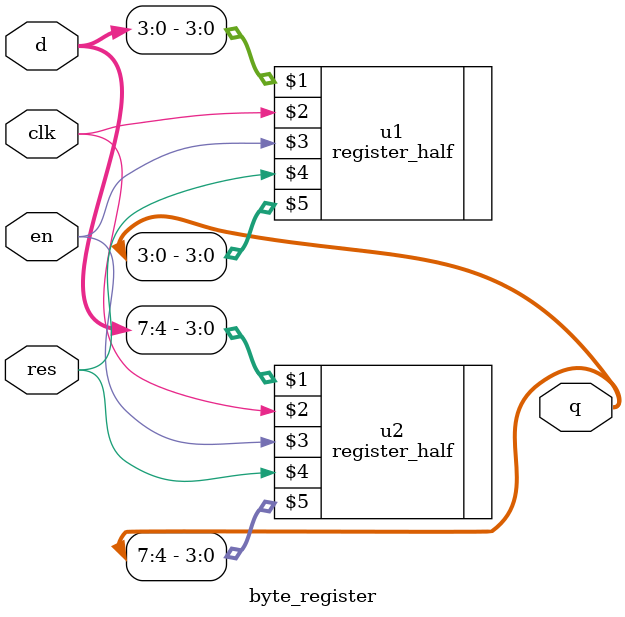
<source format=v>
`timescale 1ns / 1ps
module byte_register(
    input [7:0] d,
    input clk,
    input en,
    input res,
    output [7:0] q
    );
	 
	 register_half u1(d[3:0],clk,en,res,q[3:0]);
	 register_half u2(d[7:4],clk,en,res,q[7:4]);

endmodule

</source>
